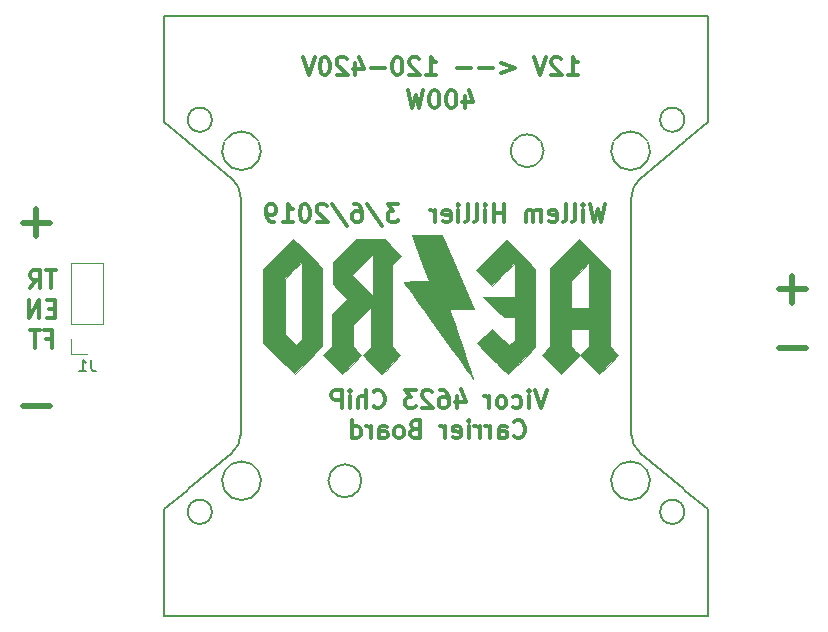
<source format=gbr>
G04 #@! TF.GenerationSoftware,KiCad,Pcbnew,(5.0.2)-1*
G04 #@! TF.CreationDate,2019-03-07T00:09:40-05:00*
G04 #@! TF.ProjectId,vicor-socket,7669636f-722d-4736-9f63-6b65742e6b69,rev?*
G04 #@! TF.SameCoordinates,Original*
G04 #@! TF.FileFunction,Legend,Bot*
G04 #@! TF.FilePolarity,Positive*
%FSLAX46Y46*%
G04 Gerber Fmt 4.6, Leading zero omitted, Abs format (unit mm)*
G04 Created by KiCad (PCBNEW (5.0.2)-1) date 3/7/2019 12:09:40 AM*
%MOMM*%
%LPD*%
G01*
G04 APERTURE LIST*
%ADD10C,0.300000*%
%ADD11C,0.500000*%
%ADD12C,0.120000*%
%ADD13C,0.200000*%
%ADD14C,0.010000*%
%ADD15C,0.150000*%
G04 APERTURE END LIST*
D10*
X-1615428Y-8312571D02*
X-2472571Y-8312571D01*
X-2044000Y-9812571D02*
X-2044000Y-8312571D01*
X-3829714Y-9812571D02*
X-3329714Y-9098285D01*
X-2972571Y-9812571D02*
X-2972571Y-8312571D01*
X-3544000Y-8312571D01*
X-3686857Y-8384000D01*
X-3758285Y-8455428D01*
X-3829714Y-8598285D01*
X-3829714Y-8812571D01*
X-3758285Y-8955428D01*
X-3686857Y-9026857D01*
X-3544000Y-9098285D01*
X-2972571Y-9098285D01*
X-1686857Y-11576857D02*
X-2186857Y-11576857D01*
X-2401142Y-12362571D02*
X-1686857Y-12362571D01*
X-1686857Y-10862571D01*
X-2401142Y-10862571D01*
X-3044000Y-12362571D02*
X-3044000Y-10862571D01*
X-3901142Y-12362571D01*
X-3901142Y-10862571D01*
X-2436857Y-14126857D02*
X-1936857Y-14126857D01*
X-1936857Y-14912571D02*
X-1936857Y-13412571D01*
X-2651142Y-13412571D01*
X-3008285Y-13412571D02*
X-3865428Y-13412571D01*
X-3436857Y-14912571D02*
X-3436857Y-13412571D01*
D11*
X-2159142Y-19772285D02*
X-4444857Y-19772285D01*
X-2159142Y-4278285D02*
X-4444857Y-4278285D01*
X-3302000Y-5421142D02*
X-3302000Y-3135428D01*
X61848857Y-9906285D02*
X59563142Y-9906285D01*
X60706000Y-11049142D02*
X60706000Y-8763428D01*
X61848857Y-14906285D02*
X59563142Y-14906285D01*
D10*
X32988000Y6417428D02*
X32988000Y5417428D01*
X33345142Y6988857D02*
X33702285Y5917428D01*
X32773714Y5917428D01*
X31916571Y6917428D02*
X31773714Y6917428D01*
X31630857Y6846000D01*
X31559428Y6774571D01*
X31488000Y6631714D01*
X31416571Y6346000D01*
X31416571Y5988857D01*
X31488000Y5703142D01*
X31559428Y5560285D01*
X31630857Y5488857D01*
X31773714Y5417428D01*
X31916571Y5417428D01*
X32059428Y5488857D01*
X32130857Y5560285D01*
X32202285Y5703142D01*
X32273714Y5988857D01*
X32273714Y6346000D01*
X32202285Y6631714D01*
X32130857Y6774571D01*
X32059428Y6846000D01*
X31916571Y6917428D01*
X30488000Y6917428D02*
X30345142Y6917428D01*
X30202285Y6846000D01*
X30130857Y6774571D01*
X30059428Y6631714D01*
X29988000Y6346000D01*
X29988000Y5988857D01*
X30059428Y5703142D01*
X30130857Y5560285D01*
X30202285Y5488857D01*
X30345142Y5417428D01*
X30488000Y5417428D01*
X30630857Y5488857D01*
X30702285Y5560285D01*
X30773714Y5703142D01*
X30845142Y5988857D01*
X30845142Y6346000D01*
X30773714Y6631714D01*
X30702285Y6774571D01*
X30630857Y6846000D01*
X30488000Y6917428D01*
X29488000Y6917428D02*
X29130857Y5417428D01*
X28845142Y6488857D01*
X28559428Y5417428D01*
X28202285Y6917428D01*
X41702285Y8211428D02*
X42559428Y8211428D01*
X42130857Y8211428D02*
X42130857Y9711428D01*
X42273714Y9497142D01*
X42416571Y9354285D01*
X42559428Y9282857D01*
X41130857Y9568571D02*
X41059428Y9640000D01*
X40916571Y9711428D01*
X40559428Y9711428D01*
X40416571Y9640000D01*
X40345142Y9568571D01*
X40273714Y9425714D01*
X40273714Y9282857D01*
X40345142Y9068571D01*
X41202285Y8211428D01*
X40273714Y8211428D01*
X39845142Y9711428D02*
X39345142Y8211428D01*
X38845142Y9711428D01*
X36059428Y9211428D02*
X37202285Y8782857D01*
X36059428Y8354285D01*
X35345142Y8782857D02*
X34202285Y8782857D01*
X33488000Y8782857D02*
X32345142Y8782857D01*
X29702285Y8211428D02*
X30559428Y8211428D01*
X30130857Y8211428D02*
X30130857Y9711428D01*
X30273714Y9497142D01*
X30416571Y9354285D01*
X30559428Y9282857D01*
X29130857Y9568571D02*
X29059428Y9640000D01*
X28916571Y9711428D01*
X28559428Y9711428D01*
X28416571Y9640000D01*
X28345142Y9568571D01*
X28273714Y9425714D01*
X28273714Y9282857D01*
X28345142Y9068571D01*
X29202285Y8211428D01*
X28273714Y8211428D01*
X27345142Y9711428D02*
X27202285Y9711428D01*
X27059428Y9640000D01*
X26987999Y9568571D01*
X26916571Y9425714D01*
X26845142Y9140000D01*
X26845142Y8782857D01*
X26916571Y8497142D01*
X26987999Y8354285D01*
X27059428Y8282857D01*
X27202285Y8211428D01*
X27345142Y8211428D01*
X27487999Y8282857D01*
X27559428Y8354285D01*
X27630857Y8497142D01*
X27702285Y8782857D01*
X27702285Y9140000D01*
X27630857Y9425714D01*
X27559428Y9568571D01*
X27487999Y9640000D01*
X27345142Y9711428D01*
X26202285Y8782857D02*
X25059428Y8782857D01*
X23702285Y9211428D02*
X23702285Y8211428D01*
X24059428Y9782857D02*
X24416571Y8711428D01*
X23487999Y8711428D01*
X22987999Y9568571D02*
X22916571Y9640000D01*
X22773714Y9711428D01*
X22416571Y9711428D01*
X22273714Y9640000D01*
X22202285Y9568571D01*
X22130857Y9425714D01*
X22130857Y9282857D01*
X22202285Y9068571D01*
X23059428Y8211428D01*
X22130857Y8211428D01*
X21202285Y9711428D02*
X21059428Y9711428D01*
X20916571Y9640000D01*
X20845142Y9568571D01*
X20773714Y9425714D01*
X20702285Y9140000D01*
X20702285Y8782857D01*
X20773714Y8497142D01*
X20845142Y8354285D01*
X20916571Y8282857D01*
X21059428Y8211428D01*
X21202285Y8211428D01*
X21345142Y8282857D01*
X21416571Y8354285D01*
X21487999Y8497142D01*
X21559428Y8782857D01*
X21559428Y9140000D01*
X21487999Y9425714D01*
X21416571Y9568571D01*
X21345142Y9640000D01*
X21202285Y9711428D01*
X20273714Y9711428D02*
X19773714Y8211428D01*
X19273714Y9711428D01*
X44872857Y-2734571D02*
X44515714Y-4234571D01*
X44230000Y-3163142D01*
X43944285Y-4234571D01*
X43587142Y-2734571D01*
X43015714Y-4234571D02*
X43015714Y-3234571D01*
X43015714Y-2734571D02*
X43087142Y-2806000D01*
X43015714Y-2877428D01*
X42944285Y-2806000D01*
X43015714Y-2734571D01*
X43015714Y-2877428D01*
X42087142Y-4234571D02*
X42230000Y-4163142D01*
X42301428Y-4020285D01*
X42301428Y-2734571D01*
X41301428Y-4234571D02*
X41444285Y-4163142D01*
X41515714Y-4020285D01*
X41515714Y-2734571D01*
X40158571Y-4163142D02*
X40301428Y-4234571D01*
X40587142Y-4234571D01*
X40730000Y-4163142D01*
X40801428Y-4020285D01*
X40801428Y-3448857D01*
X40730000Y-3306000D01*
X40587142Y-3234571D01*
X40301428Y-3234571D01*
X40158571Y-3306000D01*
X40087142Y-3448857D01*
X40087142Y-3591714D01*
X40801428Y-3734571D01*
X39444285Y-4234571D02*
X39444285Y-3234571D01*
X39444285Y-3377428D02*
X39372857Y-3306000D01*
X39230000Y-3234571D01*
X39015714Y-3234571D01*
X38872857Y-3306000D01*
X38801428Y-3448857D01*
X38801428Y-4234571D01*
X38801428Y-3448857D02*
X38730000Y-3306000D01*
X38587142Y-3234571D01*
X38372857Y-3234571D01*
X38230000Y-3306000D01*
X38158571Y-3448857D01*
X38158571Y-4234571D01*
X36301428Y-4234571D02*
X36301428Y-2734571D01*
X36301428Y-3448857D02*
X35444285Y-3448857D01*
X35444285Y-4234571D02*
X35444285Y-2734571D01*
X34730000Y-4234571D02*
X34730000Y-3234571D01*
X34730000Y-2734571D02*
X34801428Y-2806000D01*
X34730000Y-2877428D01*
X34658571Y-2806000D01*
X34730000Y-2734571D01*
X34730000Y-2877428D01*
X33801428Y-4234571D02*
X33944285Y-4163142D01*
X34015714Y-4020285D01*
X34015714Y-2734571D01*
X33015714Y-4234571D02*
X33158571Y-4163142D01*
X33230000Y-4020285D01*
X33230000Y-2734571D01*
X32444285Y-4234571D02*
X32444285Y-3234571D01*
X32444285Y-2734571D02*
X32515714Y-2806000D01*
X32444285Y-2877428D01*
X32372857Y-2806000D01*
X32444285Y-2734571D01*
X32444285Y-2877428D01*
X31158571Y-4163142D02*
X31301428Y-4234571D01*
X31587142Y-4234571D01*
X31730000Y-4163142D01*
X31801428Y-4020285D01*
X31801428Y-3448857D01*
X31730000Y-3306000D01*
X31587142Y-3234571D01*
X31301428Y-3234571D01*
X31158571Y-3306000D01*
X31087142Y-3448857D01*
X31087142Y-3591714D01*
X31801428Y-3734571D01*
X30444285Y-4234571D02*
X30444285Y-3234571D01*
X30444285Y-3520285D02*
X30372857Y-3377428D01*
X30301428Y-3306000D01*
X30158571Y-3234571D01*
X30015714Y-3234571D01*
X27372857Y-2734571D02*
X26444285Y-2734571D01*
X26944285Y-3306000D01*
X26730000Y-3306000D01*
X26587142Y-3377428D01*
X26515714Y-3448857D01*
X26444285Y-3591714D01*
X26444285Y-3948857D01*
X26515714Y-4091714D01*
X26587142Y-4163142D01*
X26730000Y-4234571D01*
X27158571Y-4234571D01*
X27301428Y-4163142D01*
X27372857Y-4091714D01*
X24730000Y-2663142D02*
X26015714Y-4591714D01*
X23587142Y-2734571D02*
X23872857Y-2734571D01*
X24015714Y-2806000D01*
X24087142Y-2877428D01*
X24230000Y-3091714D01*
X24301428Y-3377428D01*
X24301428Y-3948857D01*
X24230000Y-4091714D01*
X24158571Y-4163142D01*
X24015714Y-4234571D01*
X23730000Y-4234571D01*
X23587142Y-4163142D01*
X23515714Y-4091714D01*
X23444285Y-3948857D01*
X23444285Y-3591714D01*
X23515714Y-3448857D01*
X23587142Y-3377428D01*
X23730000Y-3306000D01*
X24015714Y-3306000D01*
X24158571Y-3377428D01*
X24230000Y-3448857D01*
X24301428Y-3591714D01*
X21730000Y-2663142D02*
X23015714Y-4591714D01*
X21301428Y-2877428D02*
X21230000Y-2806000D01*
X21087142Y-2734571D01*
X20730000Y-2734571D01*
X20587142Y-2806000D01*
X20515714Y-2877428D01*
X20444285Y-3020285D01*
X20444285Y-3163142D01*
X20515714Y-3377428D01*
X21372857Y-4234571D01*
X20444285Y-4234571D01*
X19515714Y-2734571D02*
X19372857Y-2734571D01*
X19230000Y-2806000D01*
X19158571Y-2877428D01*
X19087142Y-3020285D01*
X19015714Y-3306000D01*
X19015714Y-3663142D01*
X19087142Y-3948857D01*
X19158571Y-4091714D01*
X19230000Y-4163142D01*
X19372857Y-4234571D01*
X19515714Y-4234571D01*
X19658571Y-4163142D01*
X19730000Y-4091714D01*
X19801428Y-3948857D01*
X19872857Y-3663142D01*
X19872857Y-3306000D01*
X19801428Y-3020285D01*
X19730000Y-2877428D01*
X19658571Y-2806000D01*
X19515714Y-2734571D01*
X17587142Y-4234571D02*
X18444285Y-4234571D01*
X18015714Y-4234571D02*
X18015714Y-2734571D01*
X18158571Y-2948857D01*
X18301428Y-3091714D01*
X18444285Y-3163142D01*
X16872857Y-4234571D02*
X16587142Y-4234571D01*
X16444285Y-4163142D01*
X16372857Y-4091714D01*
X16230000Y-3877428D01*
X16158571Y-3591714D01*
X16158571Y-3020285D01*
X16230000Y-2877428D01*
X16301428Y-2806000D01*
X16444285Y-2734571D01*
X16730000Y-2734571D01*
X16872857Y-2806000D01*
X16944285Y-2877428D01*
X17015714Y-3020285D01*
X17015714Y-3377428D01*
X16944285Y-3520285D01*
X16872857Y-3591714D01*
X16730000Y-3663142D01*
X16444285Y-3663142D01*
X16301428Y-3591714D01*
X16230000Y-3520285D01*
X16158571Y-3377428D01*
X39912571Y-18477571D02*
X39412571Y-19977571D01*
X38912571Y-18477571D01*
X38412571Y-19977571D02*
X38412571Y-18977571D01*
X38412571Y-18477571D02*
X38484000Y-18549000D01*
X38412571Y-18620428D01*
X38341142Y-18549000D01*
X38412571Y-18477571D01*
X38412571Y-18620428D01*
X37055428Y-19906142D02*
X37198285Y-19977571D01*
X37484000Y-19977571D01*
X37626857Y-19906142D01*
X37698285Y-19834714D01*
X37769714Y-19691857D01*
X37769714Y-19263285D01*
X37698285Y-19120428D01*
X37626857Y-19049000D01*
X37484000Y-18977571D01*
X37198285Y-18977571D01*
X37055428Y-19049000D01*
X36198285Y-19977571D02*
X36341142Y-19906142D01*
X36412571Y-19834714D01*
X36484000Y-19691857D01*
X36484000Y-19263285D01*
X36412571Y-19120428D01*
X36341142Y-19049000D01*
X36198285Y-18977571D01*
X35984000Y-18977571D01*
X35841142Y-19049000D01*
X35769714Y-19120428D01*
X35698285Y-19263285D01*
X35698285Y-19691857D01*
X35769714Y-19834714D01*
X35841142Y-19906142D01*
X35984000Y-19977571D01*
X36198285Y-19977571D01*
X35055428Y-19977571D02*
X35055428Y-18977571D01*
X35055428Y-19263285D02*
X34984000Y-19120428D01*
X34912571Y-19049000D01*
X34769714Y-18977571D01*
X34626857Y-18977571D01*
X32341142Y-18977571D02*
X32341142Y-19977571D01*
X32698285Y-18406142D02*
X33055428Y-19477571D01*
X32126857Y-19477571D01*
X30912571Y-18477571D02*
X31198285Y-18477571D01*
X31341142Y-18549000D01*
X31412571Y-18620428D01*
X31555428Y-18834714D01*
X31626857Y-19120428D01*
X31626857Y-19691857D01*
X31555428Y-19834714D01*
X31483999Y-19906142D01*
X31341142Y-19977571D01*
X31055428Y-19977571D01*
X30912571Y-19906142D01*
X30841142Y-19834714D01*
X30769714Y-19691857D01*
X30769714Y-19334714D01*
X30841142Y-19191857D01*
X30912571Y-19120428D01*
X31055428Y-19049000D01*
X31341142Y-19049000D01*
X31483999Y-19120428D01*
X31555428Y-19191857D01*
X31626857Y-19334714D01*
X30198285Y-18620428D02*
X30126857Y-18549000D01*
X29983999Y-18477571D01*
X29626857Y-18477571D01*
X29483999Y-18549000D01*
X29412571Y-18620428D01*
X29341142Y-18763285D01*
X29341142Y-18906142D01*
X29412571Y-19120428D01*
X30269714Y-19977571D01*
X29341142Y-19977571D01*
X28841142Y-18477571D02*
X27912571Y-18477571D01*
X28412571Y-19049000D01*
X28198285Y-19049000D01*
X28055428Y-19120428D01*
X27983999Y-19191857D01*
X27912571Y-19334714D01*
X27912571Y-19691857D01*
X27983999Y-19834714D01*
X28055428Y-19906142D01*
X28198285Y-19977571D01*
X28626857Y-19977571D01*
X28769714Y-19906142D01*
X28841142Y-19834714D01*
X25269714Y-19834714D02*
X25341142Y-19906142D01*
X25555428Y-19977571D01*
X25698285Y-19977571D01*
X25912571Y-19906142D01*
X26055428Y-19763285D01*
X26126857Y-19620428D01*
X26198285Y-19334714D01*
X26198285Y-19120428D01*
X26126857Y-18834714D01*
X26055428Y-18691857D01*
X25912571Y-18549000D01*
X25698285Y-18477571D01*
X25555428Y-18477571D01*
X25341142Y-18549000D01*
X25269714Y-18620428D01*
X24626857Y-19977571D02*
X24626857Y-18477571D01*
X23983999Y-19977571D02*
X23983999Y-19191857D01*
X24055428Y-19049000D01*
X24198285Y-18977571D01*
X24412571Y-18977571D01*
X24555428Y-19049000D01*
X24626857Y-19120428D01*
X23269714Y-19977571D02*
X23269714Y-18977571D01*
X23269714Y-18477571D02*
X23341142Y-18549000D01*
X23269714Y-18620428D01*
X23198285Y-18549000D01*
X23269714Y-18477571D01*
X23269714Y-18620428D01*
X22555428Y-19977571D02*
X22555428Y-18477571D01*
X21983999Y-18477571D01*
X21841142Y-18549000D01*
X21769714Y-18620428D01*
X21698285Y-18763285D01*
X21698285Y-18977571D01*
X21769714Y-19120428D01*
X21841142Y-19191857D01*
X21983999Y-19263285D01*
X22555428Y-19263285D01*
X37162571Y-22384714D02*
X37234000Y-22456142D01*
X37448285Y-22527571D01*
X37591142Y-22527571D01*
X37805428Y-22456142D01*
X37948285Y-22313285D01*
X38019714Y-22170428D01*
X38091142Y-21884714D01*
X38091142Y-21670428D01*
X38019714Y-21384714D01*
X37948285Y-21241857D01*
X37805428Y-21099000D01*
X37591142Y-21027571D01*
X37448285Y-21027571D01*
X37234000Y-21099000D01*
X37162571Y-21170428D01*
X35876857Y-22527571D02*
X35876857Y-21741857D01*
X35948285Y-21599000D01*
X36091142Y-21527571D01*
X36376857Y-21527571D01*
X36519714Y-21599000D01*
X35876857Y-22456142D02*
X36019714Y-22527571D01*
X36376857Y-22527571D01*
X36519714Y-22456142D01*
X36591142Y-22313285D01*
X36591142Y-22170428D01*
X36519714Y-22027571D01*
X36376857Y-21956142D01*
X36019714Y-21956142D01*
X35876857Y-21884714D01*
X35162571Y-22527571D02*
X35162571Y-21527571D01*
X35162571Y-21813285D02*
X35091142Y-21670428D01*
X35019714Y-21599000D01*
X34876857Y-21527571D01*
X34734000Y-21527571D01*
X34234000Y-22527571D02*
X34234000Y-21527571D01*
X34234000Y-21813285D02*
X34162571Y-21670428D01*
X34091142Y-21599000D01*
X33948285Y-21527571D01*
X33805428Y-21527571D01*
X33305428Y-22527571D02*
X33305428Y-21527571D01*
X33305428Y-21027571D02*
X33376857Y-21099000D01*
X33305428Y-21170428D01*
X33234000Y-21099000D01*
X33305428Y-21027571D01*
X33305428Y-21170428D01*
X32019714Y-22456142D02*
X32162571Y-22527571D01*
X32448285Y-22527571D01*
X32591142Y-22456142D01*
X32662571Y-22313285D01*
X32662571Y-21741857D01*
X32591142Y-21599000D01*
X32448285Y-21527571D01*
X32162571Y-21527571D01*
X32019714Y-21599000D01*
X31948285Y-21741857D01*
X31948285Y-21884714D01*
X32662571Y-22027571D01*
X31305428Y-22527571D02*
X31305428Y-21527571D01*
X31305428Y-21813285D02*
X31234000Y-21670428D01*
X31162571Y-21599000D01*
X31019714Y-21527571D01*
X30876857Y-21527571D01*
X28734000Y-21741857D02*
X28519714Y-21813285D01*
X28448285Y-21884714D01*
X28376857Y-22027571D01*
X28376857Y-22241857D01*
X28448285Y-22384714D01*
X28519714Y-22456142D01*
X28662571Y-22527571D01*
X29234000Y-22527571D01*
X29234000Y-21027571D01*
X28734000Y-21027571D01*
X28591142Y-21099000D01*
X28519714Y-21170428D01*
X28448285Y-21313285D01*
X28448285Y-21456142D01*
X28519714Y-21599000D01*
X28591142Y-21670428D01*
X28734000Y-21741857D01*
X29234000Y-21741857D01*
X27519714Y-22527571D02*
X27662571Y-22456142D01*
X27734000Y-22384714D01*
X27805428Y-22241857D01*
X27805428Y-21813285D01*
X27734000Y-21670428D01*
X27662571Y-21599000D01*
X27519714Y-21527571D01*
X27305428Y-21527571D01*
X27162571Y-21599000D01*
X27091142Y-21670428D01*
X27019714Y-21813285D01*
X27019714Y-22241857D01*
X27091142Y-22384714D01*
X27162571Y-22456142D01*
X27305428Y-22527571D01*
X27519714Y-22527571D01*
X25734000Y-22527571D02*
X25734000Y-21741857D01*
X25805428Y-21599000D01*
X25948285Y-21527571D01*
X26234000Y-21527571D01*
X26376857Y-21599000D01*
X25734000Y-22456142D02*
X25876857Y-22527571D01*
X26234000Y-22527571D01*
X26376857Y-22456142D01*
X26448285Y-22313285D01*
X26448285Y-22170428D01*
X26376857Y-22027571D01*
X26234000Y-21956142D01*
X25876857Y-21956142D01*
X25734000Y-21884714D01*
X25019714Y-22527571D02*
X25019714Y-21527571D01*
X25019714Y-21813285D02*
X24948285Y-21670428D01*
X24876857Y-21599000D01*
X24734000Y-21527571D01*
X24591142Y-21527571D01*
X23448285Y-22527571D02*
X23448285Y-21027571D01*
X23448285Y-22456142D02*
X23591142Y-22527571D01*
X23876857Y-22527571D01*
X24019714Y-22456142D01*
X24091142Y-22384714D01*
X24162571Y-22241857D01*
X24162571Y-21813285D01*
X24091142Y-21670428D01*
X24019714Y-21599000D01*
X23876857Y-21527571D01*
X23591142Y-21527571D01*
X23448285Y-21599000D01*
D12*
G04 #@! TO.C,J1*
X-314000Y-7687000D02*
X2346000Y-7687000D01*
X-314000Y-12827000D02*
X-314000Y-7687000D01*
X2346000Y-12827000D02*
X2346000Y-7687000D01*
X-314000Y-12827000D02*
X2346000Y-12827000D01*
X-314000Y-14097000D02*
X-314000Y-15427000D01*
X-314000Y-15427000D02*
X1016000Y-15427000D01*
D13*
G04 #@! TO.C,U1*
X9431587Y-26987001D02*
X7551000Y-28565001D01*
X13286575Y-23752282D02*
X9582940Y-26860001D01*
X21644446Y-26860001D02*
G75*
G02X24039754Y-26860001I1197654J725000D01*
G01*
X51576000Y4434999D02*
G75*
G03X51576000Y4434999I-1025000J0D01*
G01*
X11576000Y-28765001D02*
G75*
G03X11576000Y-28765001I-1025000J0D01*
G01*
X15494009Y-26987001D02*
G75*
G02X12667990Y-26987001I-1413009J852000D01*
G01*
X37149001Y2656999D02*
G75*
G02X39370799Y2656999I1110899J-852000D01*
G01*
X7551000Y-30670001D02*
X7551000Y-37565001D01*
X11576000Y4434999D02*
G75*
G03X11576000Y4434999I-1025000J0D01*
G01*
X53551000Y6339999D02*
X53551000Y13234999D01*
X53551000Y4234999D02*
X53551000Y6212999D01*
X47101000Y-2109809D02*
G75*
G02X47815425Y-577720I2000000J0D01*
G01*
X47101000Y-22220193D02*
X47101000Y-2109809D01*
X51670413Y-26987001D02*
X51519060Y-26860001D01*
X53551000Y-37565001D02*
X53551000Y-30670001D01*
X7551000Y-30543001D02*
X7551000Y-30670001D01*
X9582940Y-26860001D02*
X9431587Y-26987001D01*
X48503186Y2529999D02*
G75*
G02X45538814Y2529999I-1482186J-725000D01*
G01*
X53551000Y-28565001D02*
X51670413Y-26987001D01*
X51576000Y-28765001D02*
G75*
G03X51576000Y-28765001I-1025000J0D01*
G01*
X14001000Y-22220193D02*
G75*
G02X13286575Y-23752282I-2000000J0D01*
G01*
X45538814Y-26860001D02*
G75*
G02X48503186Y-26860001I1482186J725000D01*
G01*
X51670413Y2656999D02*
X53551000Y4234999D01*
X12598814Y-26860001D02*
G75*
G02X15563186Y-26860001I1482186J725000D01*
G01*
X48434009Y-26987001D02*
G75*
G02X45607990Y-26987001I-1413009J852000D01*
G01*
X51519060Y2529999D02*
X51670413Y2656999D01*
X7551000Y4234999D02*
X9431587Y2656999D01*
X9582940Y2529999D02*
X13286575Y-577720D01*
X45607991Y2656999D02*
G75*
G02X48434010Y2656999I1413009J-852000D01*
G01*
X23952999Y-26987001D02*
G75*
G02X21731201Y-26987001I-1110899J852000D01*
G01*
X53551000Y13234999D02*
X7551000Y13234999D01*
X12667991Y2656999D02*
G75*
G02X15494010Y2656999I1413009J-852000D01*
G01*
X47815425Y-577720D02*
X51519060Y2529999D01*
X7551000Y6212999D02*
X7551000Y4234999D01*
X39457554Y2529999D02*
G75*
G02X37062246Y2529999I-1197654J-725000D01*
G01*
X15563186Y2529999D02*
G75*
G02X12598814Y2529999I-1482186J-725000D01*
G01*
X51519060Y-26860001D02*
X47815425Y-23752282D01*
X47815425Y-23752282D02*
G75*
G02X47101000Y-22220193I1285575J1532089D01*
G01*
X7551000Y-28565001D02*
X7551000Y-30543001D01*
X7551000Y13234999D02*
X7551000Y6339999D01*
X53551000Y-30670001D02*
X53551000Y-30543001D01*
X13286575Y-577720D02*
G75*
G02X14001000Y-2109809I-1285575J-1532089D01*
G01*
X53551000Y-30543001D02*
X53551000Y-28565001D01*
X14001000Y-2109809D02*
X14001000Y-22220193D01*
X9431587Y2656999D02*
X9582940Y2529999D01*
X7551000Y6339999D02*
X7551000Y6212999D01*
X53551000Y6212999D02*
X53551000Y6339999D01*
X7551000Y-37565001D02*
X53551000Y-37565001D01*
D14*
G04 #@! TO.C,G\002A\002A\002A*
G36*
X17203416Y-6916787D02*
X15943923Y-8174823D01*
X15943923Y-14475183D01*
X18569335Y-17097867D01*
X20911967Y-14752191D01*
X20911967Y-14187249D01*
X19162655Y-14187249D01*
X18713397Y-14650767D01*
X18238301Y-14179312D01*
X17763206Y-13707858D01*
X17763206Y-9013325D01*
X18462931Y-8316226D01*
X19162655Y-7619127D01*
X19162655Y-14187249D01*
X20911967Y-14187249D01*
X20911967Y-8104809D01*
X19687438Y-6881780D01*
X18462910Y-5658751D01*
X17203416Y-6916787D01*
X17203416Y-6916787D01*
G37*
X17203416Y-6916787D02*
X15943923Y-8174823D01*
X15943923Y-14475183D01*
X18569335Y-17097867D01*
X20911967Y-14752191D01*
X20911967Y-14187249D01*
X19162655Y-14187249D01*
X18713397Y-14650767D01*
X18238301Y-14179312D01*
X17763206Y-13707858D01*
X17763206Y-9013325D01*
X18462931Y-8316226D01*
X19162655Y-7619127D01*
X19162655Y-14187249D01*
X20911967Y-14187249D01*
X20911967Y-8104809D01*
X19687438Y-6881780D01*
X18462910Y-5658751D01*
X17203416Y-6916787D01*
G36*
X21821609Y-7688225D02*
X21821609Y-9502989D01*
X22432447Y-10116671D01*
X23043286Y-10730353D01*
X21751636Y-12027395D01*
X21751636Y-14749291D01*
X21385668Y-15119862D01*
X21019701Y-15490433D01*
X22627807Y-17098539D01*
X23412591Y-16310963D01*
X24197376Y-15523388D01*
X23852191Y-15138540D01*
X23507006Y-14753691D01*
X23503977Y-13842856D01*
X23500947Y-12932021D01*
X24270644Y-12164711D01*
X25040341Y-11397400D01*
X25040341Y-14828925D01*
X24689707Y-15174287D01*
X24339072Y-15519649D01*
X25125893Y-16308709D01*
X25395642Y-16576519D01*
X25631313Y-16805385D01*
X25815208Y-16978524D01*
X25929631Y-17079153D01*
X25957954Y-17097768D01*
X26019244Y-17049715D01*
X26159148Y-16917007D01*
X26360287Y-16716823D01*
X26605283Y-16466342D01*
X26768979Y-16296048D01*
X27534763Y-15494327D01*
X27162208Y-15126399D01*
X26789653Y-14758472D01*
X26789653Y-10484686D01*
X25180286Y-10484686D01*
X24288481Y-9592880D01*
X23396675Y-8701074D01*
X25180286Y-6917463D01*
X25180286Y-10484686D01*
X26789653Y-10484686D01*
X26789653Y-7900449D01*
X27190241Y-7495636D01*
X27590830Y-7090824D01*
X26894171Y-6391541D01*
X26197512Y-5692259D01*
X23814013Y-5692259D01*
X21821609Y-7688225D01*
X21821609Y-7688225D01*
G37*
X21821609Y-7688225D02*
X21821609Y-9502989D01*
X22432447Y-10116671D01*
X23043286Y-10730353D01*
X21751636Y-12027395D01*
X21751636Y-14749291D01*
X21385668Y-15119862D01*
X21019701Y-15490433D01*
X22627807Y-17098539D01*
X23412591Y-16310963D01*
X24197376Y-15523388D01*
X23852191Y-15138540D01*
X23507006Y-14753691D01*
X23503977Y-13842856D01*
X23500947Y-12932021D01*
X24270644Y-12164711D01*
X25040341Y-11397400D01*
X25040341Y-14828925D01*
X24689707Y-15174287D01*
X24339072Y-15519649D01*
X25125893Y-16308709D01*
X25395642Y-16576519D01*
X25631313Y-16805385D01*
X25815208Y-16978524D01*
X25929631Y-17079153D01*
X25957954Y-17097768D01*
X26019244Y-17049715D01*
X26159148Y-16917007D01*
X26360287Y-16716823D01*
X26605283Y-16466342D01*
X26768979Y-16296048D01*
X27534763Y-15494327D01*
X27162208Y-15126399D01*
X26789653Y-14758472D01*
X26789653Y-10484686D01*
X25180286Y-10484686D01*
X24288481Y-9592880D01*
X23396675Y-8701074D01*
X25180286Y-6917463D01*
X25180286Y-10484686D01*
X26789653Y-10484686D01*
X26789653Y-7900449D01*
X27190241Y-7495636D01*
X27590830Y-7090824D01*
X26894171Y-6391541D01*
X26197512Y-5692259D01*
X23814013Y-5692259D01*
X21821609Y-7688225D01*
G36*
X35241727Y-7001358D02*
X33963921Y-8280565D01*
X34626469Y-8945879D01*
X35289016Y-9611193D01*
X36252282Y-8649771D01*
X37215548Y-7688348D01*
X37215548Y-10596182D01*
X35886925Y-10575763D01*
X34558301Y-10555344D01*
X35413561Y-11412507D01*
X36268820Y-12269669D01*
X37215548Y-12269669D01*
X37215548Y-14291748D01*
X36966133Y-14481987D01*
X36716717Y-14672225D01*
X36003178Y-13961115D01*
X35289639Y-13250004D01*
X34658394Y-13881250D01*
X34027149Y-14512495D01*
X35326309Y-15805132D01*
X35675320Y-16151173D01*
X35991416Y-16462249D01*
X36261229Y-16725394D01*
X36471391Y-16927642D01*
X36608535Y-17056024D01*
X36658907Y-17097768D01*
X36715729Y-17050410D01*
X36856829Y-16917600D01*
X37067922Y-16713232D01*
X37334722Y-16451203D01*
X37642947Y-16145408D01*
X37828602Y-15959944D01*
X38964859Y-14822119D01*
X38964859Y-8181207D01*
X37742196Y-6951679D01*
X36519532Y-5722150D01*
X35241727Y-7001358D01*
X35241727Y-7001358D01*
G37*
X35241727Y-7001358D02*
X33963921Y-8280565D01*
X34626469Y-8945879D01*
X35289016Y-9611193D01*
X36252282Y-8649771D01*
X37215548Y-7688348D01*
X37215548Y-10596182D01*
X35886925Y-10575763D01*
X34558301Y-10555344D01*
X35413561Y-11412507D01*
X36268820Y-12269669D01*
X37215548Y-12269669D01*
X37215548Y-14291748D01*
X36966133Y-14481987D01*
X36716717Y-14672225D01*
X36003178Y-13961115D01*
X35289639Y-13250004D01*
X34658394Y-13881250D01*
X34027149Y-14512495D01*
X35326309Y-15805132D01*
X35675320Y-16151173D01*
X35991416Y-16462249D01*
X36261229Y-16725394D01*
X36471391Y-16927642D01*
X36608535Y-17056024D01*
X36658907Y-17097768D01*
X36715729Y-17050410D01*
X36856829Y-16917600D01*
X37067922Y-16713232D01*
X37334722Y-16451203D01*
X37642947Y-16145408D01*
X37828602Y-15959944D01*
X38964859Y-14822119D01*
X38964859Y-8181207D01*
X37742196Y-6951679D01*
X36519532Y-5722150D01*
X35241727Y-7001358D01*
G36*
X41430677Y-6899975D02*
X40224363Y-8107767D01*
X40224363Y-14749291D01*
X39858396Y-15119862D01*
X39492428Y-15490433D01*
X41100534Y-17098539D01*
X41902691Y-16294100D01*
X42704848Y-15489660D01*
X42339261Y-15119476D01*
X41973675Y-14749291D01*
X41973675Y-13319256D01*
X43513069Y-13319256D01*
X43513069Y-14749291D01*
X42781133Y-15490433D01*
X44389239Y-17098539D01*
X45191396Y-16294100D01*
X45993552Y-15489660D01*
X45627967Y-15119476D01*
X45262380Y-14749291D01*
X45262380Y-11499972D01*
X43513069Y-11499972D01*
X41973675Y-11499972D01*
X41973675Y-9221979D01*
X42739826Y-8419240D01*
X43505978Y-7616501D01*
X43509523Y-9558237D01*
X43513069Y-11499972D01*
X45262380Y-11499972D01*
X45262380Y-8314844D01*
X42636990Y-5692182D01*
X41430677Y-6899975D01*
X41430677Y-6899975D01*
G37*
X41430677Y-6899975D02*
X40224363Y-8107767D01*
X40224363Y-14749291D01*
X39858396Y-15119862D01*
X39492428Y-15490433D01*
X41100534Y-17098539D01*
X41902691Y-16294100D01*
X42704848Y-15489660D01*
X42339261Y-15119476D01*
X41973675Y-14749291D01*
X41973675Y-13319256D01*
X43513069Y-13319256D01*
X43513069Y-14749291D01*
X42781133Y-15490433D01*
X44389239Y-17098539D01*
X45191396Y-16294100D01*
X45993552Y-15489660D01*
X45627967Y-15119476D01*
X45262380Y-14749291D01*
X45262380Y-11499972D01*
X43513069Y-11499972D01*
X41973675Y-11499972D01*
X41973675Y-9221979D01*
X42739826Y-8419240D01*
X43505978Y-7616501D01*
X43509523Y-9558237D01*
X43513069Y-11499972D01*
X45262380Y-11499972D01*
X45262380Y-8314844D01*
X42636990Y-5692182D01*
X41430677Y-6899975D01*
G36*
X29203702Y-7301625D02*
X29922119Y-9260854D01*
X28834848Y-9260854D01*
X28424716Y-9261691D01*
X28136336Y-9265721D01*
X27951517Y-9275221D01*
X27852069Y-9292468D01*
X27819800Y-9319738D01*
X27836522Y-9359308D01*
X27856578Y-9383306D01*
X27912583Y-9456946D01*
X28042010Y-9633074D01*
X28236756Y-9900430D01*
X28488720Y-10247754D01*
X28789800Y-10663786D01*
X29131896Y-11137265D01*
X29506905Y-11656932D01*
X29906727Y-12211526D01*
X30323259Y-12789786D01*
X30748400Y-13380454D01*
X31174049Y-13972268D01*
X31592105Y-14553969D01*
X31994465Y-15114296D01*
X32373029Y-15641990D01*
X32719694Y-16125789D01*
X33026361Y-16554434D01*
X33284926Y-16916665D01*
X33487289Y-17201222D01*
X33625347Y-17396844D01*
X33691001Y-17492271D01*
X33692439Y-17494529D01*
X33686913Y-17457348D01*
X33639382Y-17300418D01*
X33553978Y-17036112D01*
X33434833Y-16676803D01*
X33286082Y-16234862D01*
X33111856Y-15722663D01*
X32916289Y-15152576D01*
X32730317Y-14614283D01*
X32516551Y-13997101D01*
X32317537Y-13421770D01*
X32137830Y-12901513D01*
X31981987Y-12449555D01*
X31854563Y-12079120D01*
X31760115Y-11803432D01*
X31703198Y-11635716D01*
X31687724Y-11587974D01*
X31753646Y-11581672D01*
X31935211Y-11576331D01*
X32208118Y-11572372D01*
X32548067Y-11570215D01*
X32727571Y-11569945D01*
X33767418Y-11569945D01*
X32985897Y-9803140D01*
X32738811Y-9244006D01*
X32472134Y-8639610D01*
X32202579Y-8027893D01*
X31946861Y-7446799D01*
X31721692Y-6934269D01*
X31614304Y-6689366D01*
X31024233Y-5342397D01*
X28485286Y-5342397D01*
X29203702Y-7301625D01*
X29203702Y-7301625D01*
G37*
X29203702Y-7301625D02*
X29922119Y-9260854D01*
X28834848Y-9260854D01*
X28424716Y-9261691D01*
X28136336Y-9265721D01*
X27951517Y-9275221D01*
X27852069Y-9292468D01*
X27819800Y-9319738D01*
X27836522Y-9359308D01*
X27856578Y-9383306D01*
X27912583Y-9456946D01*
X28042010Y-9633074D01*
X28236756Y-9900430D01*
X28488720Y-10247754D01*
X28789800Y-10663786D01*
X29131896Y-11137265D01*
X29506905Y-11656932D01*
X29906727Y-12211526D01*
X30323259Y-12789786D01*
X30748400Y-13380454D01*
X31174049Y-13972268D01*
X31592105Y-14553969D01*
X31994465Y-15114296D01*
X32373029Y-15641990D01*
X32719694Y-16125789D01*
X33026361Y-16554434D01*
X33284926Y-16916665D01*
X33487289Y-17201222D01*
X33625347Y-17396844D01*
X33691001Y-17492271D01*
X33692439Y-17494529D01*
X33686913Y-17457348D01*
X33639382Y-17300418D01*
X33553978Y-17036112D01*
X33434833Y-16676803D01*
X33286082Y-16234862D01*
X33111856Y-15722663D01*
X32916289Y-15152576D01*
X32730317Y-14614283D01*
X32516551Y-13997101D01*
X32317537Y-13421770D01*
X32137830Y-12901513D01*
X31981987Y-12449555D01*
X31854563Y-12079120D01*
X31760115Y-11803432D01*
X31703198Y-11635716D01*
X31687724Y-11587974D01*
X31753646Y-11581672D01*
X31935211Y-11576331D01*
X32208118Y-11572372D01*
X32548067Y-11570215D01*
X32727571Y-11569945D01*
X33767418Y-11569945D01*
X32985897Y-9803140D01*
X32738811Y-9244006D01*
X32472134Y-8639610D01*
X32202579Y-8027893D01*
X31946861Y-7446799D01*
X31721692Y-6934269D01*
X31614304Y-6689366D01*
X31024233Y-5342397D01*
X28485286Y-5342397D01*
X29203702Y-7301625D01*
G04 #@! TO.C,J1*
D15*
X1349333Y-15879380D02*
X1349333Y-16593666D01*
X1396952Y-16736523D01*
X1492190Y-16831761D01*
X1635047Y-16879380D01*
X1730285Y-16879380D01*
X349333Y-16879380D02*
X920761Y-16879380D01*
X635047Y-16879380D02*
X635047Y-15879380D01*
X730285Y-16022238D01*
X825523Y-16117476D01*
X920761Y-16165095D01*
G04 #@! TD*
M02*

</source>
